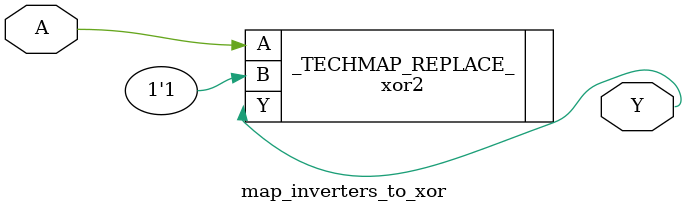
<source format=v>

(* techmap_celltype = "\inv" *)
module map_inverters_to_xor (input A, output Y);
    \xor2 _TECHMAP_REPLACE_(.B(1'b1), .A(A),
            .Y(Y));
endmodule

</source>
